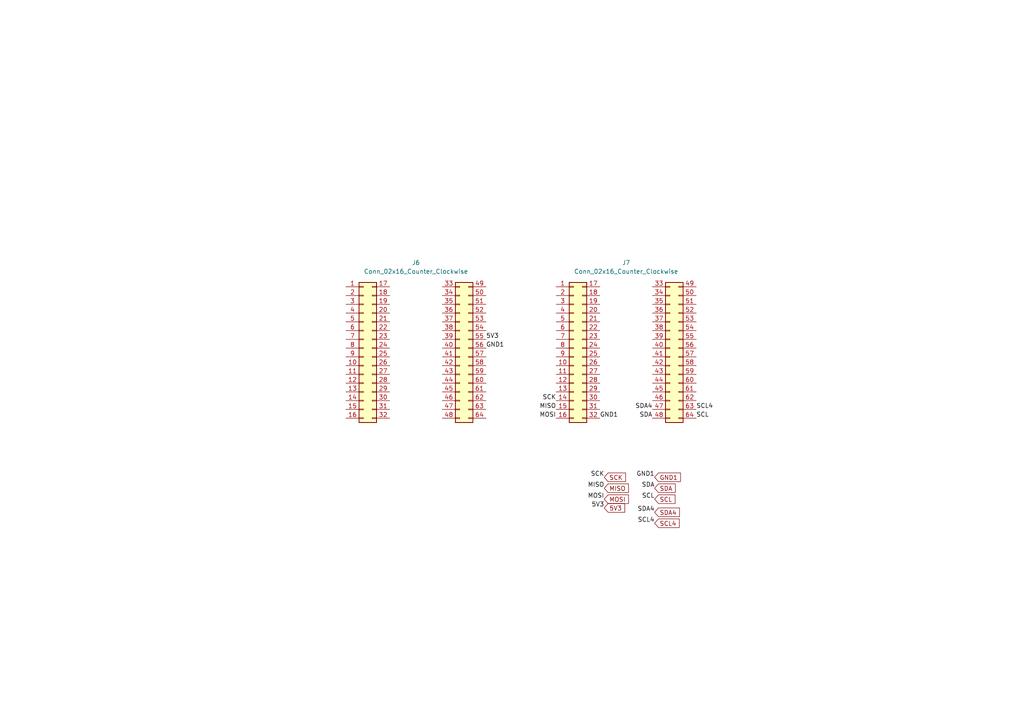
<source format=kicad_sch>
(kicad_sch (version 20230121) (generator eeschema)
  (paper "A4")
  (lib_symbols
    (symbol "Gardenuino_Custom:Conn_04x16" (pin_names (offset 1.016) hide)
      (property "Reference" "J" (at 1.27 20.32 0))
      (property "Value" "Conn_04x16" (at 1.27 -22.86 0))
      (symbol "Conn_04x16_1_1"
        (rectangle (start -1.27 -20.193) (end 0 -20.447) (stroke (width 0.1524)))
        (rectangle (start -1.27 -17.653) (end 0 -17.907) (stroke (width 0.1524)))
        (rectangle (start -1.27 -15.113) (end 0 -15.367) (stroke (width 0.1524)))
        (rectangle (start -1.27 -12.573) (end 0 -12.827) (stroke (width 0.1524)))
        (rectangle (start -1.27 -10.033) (end 0 -10.287) (stroke (width 0.1524)))
        (rectangle (start -1.27 -7.493) (end 0 -7.747) (stroke (width 0.1524)))
        (rectangle (start -1.27 -4.953) (end 0 -5.207) (stroke (width 0.1524)))
        (rectangle (start -1.27 -2.413) (end 0 -2.667) (stroke (width 0.1524)))
        (rectangle (start -1.27 0.127) (end 0 -0.127) (stroke (width 0.1524)))
        (rectangle (start -1.27 2.667) (end 0 2.413) (stroke (width 0.1524)))
        (rectangle (start -1.27 5.207) (end 0 4.953) (stroke (width 0.1524)))
        (rectangle (start -1.27 7.747) (end 0 7.493) (stroke (width 0.1524)))
        (rectangle (start -1.27 10.287) (end 0 10.033) (stroke (width 0.1524)))
        (rectangle (start -1.27 12.827) (end 0 12.573) (stroke (width 0.1524)))
        (rectangle (start -1.27 15.367) (end 0 15.113) (stroke (width 0.1524)))
        (rectangle (start -1.27 17.907) (end 0 17.653) (stroke (width 0.1524)))
        (rectangle (start -1.27 19.05) (end 3.81 -21.59) (stroke (width 0.254)) (fill (type background)))
        (rectangle (start 3.81 -20.193) (end 2.54 -20.447) (stroke (width 0.1524)))
        (rectangle (start 3.81 -17.653) (end 2.54 -17.907) (stroke (width 0.1524)))
        (rectangle (start 3.81 -15.113) (end 2.54 -15.367) (stroke (width 0.1524)))
        (rectangle (start 3.81 -12.573) (end 2.54 -12.827) (stroke (width 0.1524)))
        (rectangle (start 3.81 -10.033) (end 2.54 -10.287) (stroke (width 0.1524)))
        (rectangle (start 3.81 -7.493) (end 2.54 -7.747) (stroke (width 0.1524)))
        (rectangle (start 3.81 -4.953) (end 2.54 -5.207) (stroke (width 0.1524)))
        (rectangle (start 3.81 -2.413) (end 2.54 -2.667) (stroke (width 0.1524)))
        (rectangle (start 3.81 0.127) (end 2.54 -0.127) (stroke (width 0.1524)))
        (rectangle (start 3.81 2.667) (end 2.54 2.413) (stroke (width 0.1524)))
        (rectangle (start 3.81 5.207) (end 2.54 4.953) (stroke (width 0.1524)))
        (rectangle (start 3.81 7.747) (end 2.54 7.493) (stroke (width 0.1524)))
        (rectangle (start 3.81 10.287) (end 2.54 10.033) (stroke (width 0.1524)))
        (rectangle (start 3.81 12.827) (end 2.54 12.573) (stroke (width 0.1524)))
        (rectangle (start 3.81 15.367) (end 2.54 15.113) (stroke (width 0.1524)))
        (rectangle (start 3.81 17.907) (end 2.54 17.653) (stroke (width 0.1524)))
        (rectangle (start 26.67 -20.193) (end 27.94 -20.447) (stroke (width 0.1524)))
        (rectangle (start 26.67 -17.653) (end 27.94 -17.907) (stroke (width 0.1524)))
        (rectangle (start 26.67 -15.113) (end 27.94 -15.367) (stroke (width 0.1524)))
        (rectangle (start 26.67 -12.573) (end 27.94 -12.827) (stroke (width 0.1524)))
        (rectangle (start 26.67 -10.033) (end 27.94 -10.287) (stroke (width 0.1524)))
        (rectangle (start 26.67 -7.493) (end 27.94 -7.747) (stroke (width 0.1524)))
        (rectangle (start 26.67 -4.953) (end 27.94 -5.207) (stroke (width 0.1524)))
        (rectangle (start 26.67 -2.413) (end 27.94 -2.667) (stroke (width 0.1524)))
        (rectangle (start 26.67 0.127) (end 27.94 -0.127) (stroke (width 0.1524)))
        (rectangle (start 26.67 2.667) (end 27.94 2.413) (stroke (width 0.1524)))
        (rectangle (start 26.67 5.207) (end 27.94 4.953) (stroke (width 0.1524)))
        (rectangle (start 26.67 7.747) (end 27.94 7.493) (stroke (width 0.1524)))
        (rectangle (start 26.67 10.287) (end 27.94 10.033) (stroke (width 0.1524)))
        (rectangle (start 26.67 12.827) (end 27.94 12.573) (stroke (width 0.1524)))
        (rectangle (start 26.67 15.367) (end 27.94 15.113) (stroke (width 0.1524)))
        (rectangle (start 26.67 17.907) (end 27.94 17.653) (stroke (width 0.1524)))
        (rectangle (start 26.67 19.05) (end 31.75 -21.59) (stroke (width 0.254)) (fill (type background)))
        (rectangle (start 31.75 -20.193) (end 30.48 -20.447) (stroke (width 0.1524)))
        (rectangle (start 31.75 -17.653) (end 30.48 -17.907) (stroke (width 0.1524)))
        (rectangle (start 31.75 -15.113) (end 30.48 -15.367) (stroke (width 0.1524)))
        (rectangle (start 31.75 -12.573) (end 30.48 -12.827) (stroke (width 0.1524)))
        (rectangle (start 31.75 -10.033) (end 30.48 -10.287) (stroke (width 0.1524)))
        (rectangle (start 31.75 -7.493) (end 30.48 -7.747) (stroke (width 0.1524)))
        (rectangle (start 31.75 -4.953) (end 30.48 -5.207) (stroke (width 0.1524)))
        (rectangle (start 31.75 -2.413) (end 30.48 -2.667) (stroke (width 0.1524)))
        (rectangle (start 31.75 0.127) (end 30.48 -0.127) (stroke (width 0.1524)))
        (rectangle (start 31.75 2.667) (end 30.48 2.413) (stroke (width 0.1524)))
        (rectangle (start 31.75 5.207) (end 30.48 4.953) (stroke (width 0.1524)))
        (rectangle (start 31.75 7.747) (end 30.48 7.493) (stroke (width 0.1524)))
        (rectangle (start 31.75 10.287) (end 30.48 10.033) (stroke (width 0.1524)))
        (rectangle (start 31.75 12.827) (end 30.48 12.573) (stroke (width 0.1524)))
        (rectangle (start 31.75 15.367) (end 30.48 15.113) (stroke (width 0.1524)))
        (rectangle (start 31.75 17.907) (end 30.48 17.653) (stroke (width 0.1524)))
        (pin passive line (at -5.08 17.78 0) (length 3.81) (name "Pin_1") (number "1"))
        (pin passive line (at -5.08 -5.08 0) (length 3.81) (name "Pin_10") (number "10"))
        (pin passive line (at -5.08 -7.62 0) (length 3.81) (name "Pin_11") (number "11"))
        (pin passive line (at -5.08 -10.16 0) (length 3.81) (name "Pin_12") (number "12"))
        (pin passive line (at -5.08 -12.7 0) (length 3.81) (name "Pin_13") (number "13"))
        (pin passive line (at -5.08 -15.24 0) (length 3.81) (name "Pin_14") (number "14"))
        (pin passive line (at -5.08 -17.78 0) (length 3.81) (name "Pin_15") (number "15"))
        (pin passive line (at -5.08 -20.32 0) (length 3.81) (name "Pin_16") (number "16"))
        (pin passive line (at 7.62 17.78 180) (length 3.81) (name "Pin_17") (number "17"))
        (pin passive line (at 7.62 15.24 180) (length 3.81) (name "Pin_18") (number "18"))
        (pin passive line (at 7.62 12.7 180) (length 3.81) (name "Pin_19") (number "19"))
        (pin passive line (at -5.08 15.24 0) (length 3.81) (name "Pin_2") (number "2"))
        (pin passive line (at 7.62 10.16 180) (length 3.81) (name "Pin_20") (number "20"))
        (pin passive line (at 7.62 7.62 180) (length 3.81) (name "Pin_21") (number "21"))
        (pin passive line (at 7.62 5.08 180) (length 3.81) (name "Pin_22") (number "22"))
        (pin passive line (at 7.62 2.54 180) (length 3.81) (name "Pin_23") (number "23"))
        (pin passive line (at 7.62 0 180) (length 3.81) (name "Pin_24") (number "24"))
        (pin passive line (at 7.62 -2.54 180) (length 3.81) (name "Pin_25") (number "25"))
        (pin passive line (at 7.62 -5.08 180) (length 3.81) (name "Pin_26") (number "26"))
        (pin passive line (at 7.62 -7.62 180) (length 3.81) (name "Pin_27") (number "27"))
        (pin passive line (at 7.62 -10.16 180) (length 3.81) (name "Pin_28") (number "28"))
        (pin passive line (at 7.62 -12.7 180) (length 3.81) (name "Pin_29") (number "29"))
        (pin passive line (at -5.08 12.7 0) (length 3.81) (name "Pin_3") (number "3"))
        (pin passive line (at 7.62 -15.24 180) (length 3.81) (name "Pin_30") (number "30"))
        (pin passive line (at 7.62 -17.78 180) (length 3.81) (name "Pin_31") (number "31"))
        (pin passive line (at 7.62 -20.32 180) (length 3.81) (name "Pin_32") (number "32"))
        (pin passive line (at 22.86 17.78 0) (length 3.81) (name "Pin_33") (number "33"))
        (pin passive line (at 22.86 15.24 0) (length 3.81) (name "Pin_34") (number "34"))
        (pin passive line (at 22.86 12.7 0) (length 3.81) (name "Pin_35") (number "35"))
        (pin passive line (at 22.86 10.16 0) (length 3.81) (name "Pin_36") (number "36"))
        (pin passive line (at 22.86 7.62 0) (length 3.81) (name "Pin_37") (number "37"))
        (pin passive line (at 22.86 5.08 0) (length 3.81) (name "Pin_38") (number "38"))
        (pin passive line (at 22.86 2.54 0) (length 3.81) (name "Pin_39") (number "39"))
        (pin passive line (at -5.08 10.16 0) (length 3.81) (name "Pin_4") (number "4"))
        (pin passive line (at 22.86 0 0) (length 3.81) (name "Pin_40") (number "40"))
        (pin passive line (at 22.86 -2.54 0) (length 3.81) (name "Pin_41") (number "41"))
        (pin passive line (at 22.86 -5.08 0) (length 3.81) (name "Pin_42") (number "42"))
        (pin passive line (at 22.86 -7.62 0) (length 3.81) (name "Pin_43") (number "43"))
        (pin passive line (at 22.86 -10.16 0) (length 3.81) (name "Pin_44") (number "44"))
        (pin passive line (at 22.86 -12.7 0) (length 3.81) (name "Pin_45") (number "45"))
        (pin passive line (at 22.86 -15.24 0) (length 3.81) (name "Pin_46") (number "46"))
        (pin passive line (at 22.86 -17.78 0) (length 3.81) (name "Pin_47") (number "47"))
        (pin passive line (at 22.86 -20.32 0) (length 3.81) (name "Pin_48") (number "48"))
        (pin passive line (at 35.56 17.78 180) (length 3.81) (name "Pin_49") (number "49"))
        (pin passive line (at -5.08 7.62 0) (length 3.81) (name "Pin_5") (number "5"))
        (pin passive line (at 35.56 15.24 180) (length 3.81) (name "Pin_50") (number "50"))
        (pin passive line (at 35.56 12.7 180) (length 3.81) (name "Pin_51") (number "51"))
        (pin passive line (at 35.56 10.16 180) (length 3.81) (name "Pin_52") (number "52"))
        (pin passive line (at 35.56 7.62 180) (length 3.81) (name "Pin_53") (number "53"))
        (pin passive line (at 35.56 5.08 180) (length 3.81) (name "Pin_54") (number "54"))
        (pin passive line (at 35.56 2.54 180) (length 3.81) (name "Pin_55") (number "55"))
        (pin passive line (at 35.56 0 180) (length 3.81) (name "Pin_56") (number "56"))
        (pin passive line (at 35.56 -2.54 180) (length 3.81) (name "Pin_57") (number "57"))
        (pin passive line (at 35.56 -5.08 180) (length 3.81) (name "Pin_58") (number "58"))
        (pin passive line (at 35.56 -7.62 180) (length 3.81) (name "Pin_59") (number "59"))
        (pin passive line (at -5.08 5.08 0) (length 3.81) (name "Pin_6") (number "6"))
        (pin passive line (at 35.56 -10.16 180) (length 3.81) (name "Pin_60") (number "60"))
        (pin passive line (at 35.56 -12.7 180) (length 3.81) (name "Pin_61") (number "61"))
        (pin passive line (at 35.56 -15.24 180) (length 3.81) (name "Pin_62") (number "62"))
        (pin passive line (at 35.56 -17.78 180) (length 3.81) (name "Pin_63") (number "63"))
        (pin passive line (at 35.56 -20.32 180) (length 3.81) (name "Pin_64") (number "64"))
        (pin passive line (at -5.08 2.54 0) (length 3.81) (name "Pin_7") (number "7"))
        (pin passive line (at -5.08 0 0) (length 3.81) (name "Pin_8") (number "8"))
        (pin passive line (at -5.08 -2.54 0) (length 3.81) (name "Pin_9") (number "9"))
      )
    )
  )
  (label "5V3" (at 140.97 98.425 0))
  (label "SDA" (at 189.23 121.285 180))
  (label "SCL" (at 201.93 121.285 0))
  (label "5V3" (at 175.26 147.32 180))
  (label "SCK" (at 161.29 116.205 180))
  (label "SDA4" (at 189.865 148.59 180))
  (label "GND1" (at 173.99 121.285 0))
  (label "MISO" (at 161.29 118.745 180))
  (label "GND1" (at 140.97 100.965 0))
  (label "SCL4" (at 201.93 118.745 0))
  (label "SCL" (at 189.865 144.78 180))
  (label "SCK" (at 175.26 138.43 180))
  (label "MOSI" (at 175.26 144.78 180))
  (label "GND1" (at 189.865 138.43 180))
  (label "MISO" (at 175.26 141.605 180))
  (label "SDA" (at 189.865 141.605 180))
  (label "MOSI" (at 161.29 121.285 180))
  (label "SDA4" (at 189.23 118.745 180))
  (label "SCL4" (at 189.865 151.765 180))
  (global_label "MISO" (shape input) (at 175.26 141.605 0) (property "Intersheetrefs" "${INTERSHEET_REFS}" (effects hide)))
  (global_label "GND1" (shape input) (at 189.865 138.43 0) (property "Intersheetrefs" "${INTERSHEET_REFS}" (effects hide)))
  (global_label "SDA" (shape input) (at 189.865 141.605 0) (property "Intersheetrefs" "${INTERSHEET_REFS}" (effects hide)))
  (global_label "SCL" (shape input) (at 189.865 144.78 0) (property "Intersheetrefs" "${INTERSHEET_REFS}" (effects hide)))
  (global_label "MOSI" (shape input) (at 175.26 144.78 0) (property "Intersheetrefs" "${INTERSHEET_REFS}" (effects hide)))
  (global_label "SCK" (shape input) (at 175.26 138.43 0) (property "Intersheetrefs" "${INTERSHEET_REFS}" (effects hide)))
  (global_label "SCL4" (shape input) (at 189.865 151.765 0) (property "Intersheetrefs" "${INTERSHEET_REFS}" (effects hide)))
  (global_label "SDA4" (shape input) (at 189.865 148.59 0) (property "Intersheetrefs" "${INTERSHEET_REFS}" (effects hide)))
  (global_label "5V3" (shape input) (at 175.26 147.32 0) (property "Intersheetrefs" "${INTERSHEET_REFS}" (effects hide)))
  (symbol (lib_id "Gardenuino_Custom:Conn_04x16") (at 105.41 100.965 0) (unit 1) (in_bom no)
    (property "Reference" "J6" (at 120.65 76.2 0))
    (property "Value" "Conn_02x16_Counter_Clockwise" (at 120.65 78.74 0))
    (property "Footprint" "Gardenuino Custom:PinSocket_4x16_P2.54mm_Vertical" (effects hide))
    (property "Part Number" "RS2-08-G" (effects hide))
  )
  (symbol (lib_id "Gardenuino_Custom:Conn_04x16") (at 166.37 100.965 0) (unit 1) (in_bom no)
    (property "Reference" "J7" (at 181.61 76.2 0))
    (property "Value" "Conn_02x16_Counter_Clockwise" (at 181.61 78.74 0))
    (property "Footprint" "Gardenuino Custom:PinSocket_4x16_P2.54mm_Vertical" (effects hide))
    (property "Part Number" "RS2-08-G" (effects hide))
  )
)
</source>
